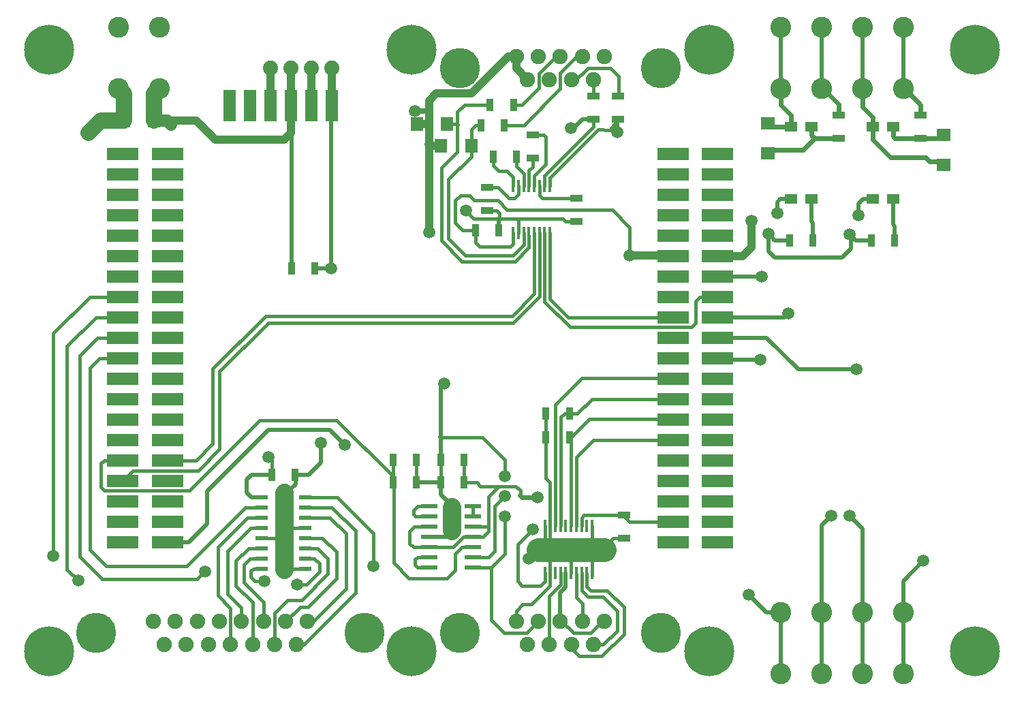
<source format=gbl>
G04 project-name*
%FSLAX35Y35*%
%MOMM*%
%ADD10C,3*%
%LPD*%
D10*
X6578730Y13287471D02*
G01*
X7397841Y13287471D01*
X7402645Y13282667D01*
%ADD11C,0.5*%
%LPD*%
D11*
X10098644Y11742853D02*
G01*
X10098644Y12410892D01*
G04 undefined.(undefined)*
%LPD*%
%ADD12C,1.500*%
D12*
X9192524Y12728185D02*
D03*


%LPD*%
D11*
X9590644Y12504853D02*
G01*
X9415856Y12504853D01*
X9192524Y12728185D01*
%ADD13C,0.4*%
%LPD*%
D13*
X7322375Y18505004D02*
G01*
X7464567Y18503156D01*
X7571829Y18635211D01*

%LPD*%
D13*
X7263644Y19130728D02*
G01*
X7263644Y18968738D01*

%LPD*%
D13*
X5940232Y17499339D02*
G01*
X6065485Y17499339D01*
X6094996Y17469828D01*
X6094996Y17386975D01*
X6081561Y17373539D01*

%LPD*%
D13*
X6333217Y17805807D02*
G01*
X6333217Y17708138D01*
X6279825Y17654746D01*
X6211130Y17654746D01*
X6076536Y17789339D01*
X5940232Y17789339D01*

%LPD*%
D13*
X6268217Y17805807D02*
G01*
X6268217Y17912798D01*
X6190353Y17990663D01*
X6086397Y17990663D01*
X6016550Y18060510D01*
X6016550Y18173707D01*

%LPD*%
D13*
X5761711Y13570998D02*
G01*
X5927862Y13570998D01*
X5961267Y13575387D01*

%LPD*%
D13*
X5761711Y13443998D02*
G01*
X5895014Y13443998D01*
X5960429Y13509413D01*
X5960429Y13946900D01*
X6089472Y14075944D01*
X6301005Y14075944D01*
X6355076Y14021873D01*
X6355076Y13954597D01*
X6362775Y13946899D01*
%ADD14C,1*%
%LPD*%
D14*
X4010216Y19272728D02*
G01*
X4010216Y18974588D01*

%LPD*%
D11*
X3424068Y13993131D02*
G01*
X3456324Y13993131D01*
X3563155Y14099962D01*
X3563155Y14181696D01*
X3570993Y14189534D01*

%LPD*%
D11*
X3558458Y14214743D02*
G01*
X3722794Y14214743D01*
X3874767Y14366716D01*
X3874767Y14616640D01*

%LPD*%
D11*
X3144994Y13941036D02*
G01*
X3009805Y13941036D01*
X2957066Y13993774D01*
X2957066Y14160850D01*
X3010959Y14214743D01*
X3268458Y14214743D01*
G04 undefined.(undefined)*
%LPD*%
%ADD15C,1.50*%
D15*
X9357087Y16683577D02*
D03*


%LPD*%
D11*
X9357087Y16683577D02*
G01*
X8971453Y16683577D01*

%LPD*%
D14*
X3756216Y18806435D02*
G01*
X3756216Y19213309D01*

%LPD*%
D14*
X3248216Y18806435D02*
G01*
X3248216Y19186570D01*
%ADD16C,0.6*%
%LPD*%
D16*
X9717644Y18544537D02*
G01*
X9717644Y18684098D01*
X9590644Y18811098D01*
X9590644Y19032853D01*

%LPD*%
D13*
X6791124Y13578106D02*
G01*
X6791124Y15088471D01*
X7119919Y15417266D01*
X8251232Y15417266D01*

%LPD*%
D13*
X6986125Y13578106D02*
G01*
X6986125Y14683912D01*
X7211478Y14909266D01*
X8251232Y14909266D01*

%LPD*%
D13*
X7116124Y13578106D02*
G01*
X7116124Y13685610D01*
X7147933Y13717419D01*
X7631589Y13717419D01*
X7712944Y13636064D01*
X8251232Y13636064D01*
G04 undefined.(undefined)*
%LPD*%
D15*
X6510841Y13541603D02*
D03*


%LPD*%
D13*
X6661124Y12998106D02*
G01*
X6661124Y12891493D01*
X6604167Y12834535D01*
X6379037Y12834535D01*
X6321681Y12891892D01*
X6321681Y13352442D01*
X6510841Y13541603D01*
G04 undefined.(undefined)*
%LPD*%
D15*
X6462768Y13171509D02*
D03*


%LPD*%
D13*
X6684105Y13287471D02*
G01*
X6578730Y13287471D01*
X6462768Y13171509D01*

%LPD*%
D13*
X6661124Y13578106D02*
G01*
X6661124Y13280783D01*
X6724205Y13215849D01*

%LPD*%
D13*
X7246124Y13264888D02*
G01*
X6773376Y13264888D01*
X6725198Y13216709D01*
X6726125Y12998106D01*

%LPD*%
D13*
X3684994Y13560036D02*
G01*
X3482436Y13560036D01*
X3354812Y13561966D01*

%LPD*%
D13*
X3144994Y13687036D02*
G01*
X2963985Y13687036D01*
X2598498Y13321549D01*
X2598498Y12714455D01*
X2752644Y12560309D01*
X2752644Y12110018D01*

%LPD*%
D13*
X3144994Y13306036D02*
G01*
X2981196Y13306036D01*
X2823106Y13147946D01*
X2823106Y12835102D01*
X3026644Y12631563D01*
X3026644Y12110018D01*

%LPD*%
D13*
X3684994Y13306036D02*
G01*
X3832413Y13306036D01*
X3964330Y13174118D01*
X3964330Y12987416D01*
X3636994Y12660080D01*
X3463867Y12660080D01*
X3300644Y12496857D01*
X3300644Y12110018D01*

%LPD*%
D13*
X3684994Y13433036D02*
G01*
X3892714Y13433036D01*
X4069819Y13255931D01*

%LPD*%
D13*
X3711644Y12394018D02*
G01*
X3781248Y12394018D01*
X4187193Y12799963D01*
X4187193Y13489780D01*
X3989938Y13687036D01*
X3684994Y13687036D01*

%LPD*%
D13*
X6509226Y18439321D02*
G01*
X6647196Y18439321D01*
X6674673Y18411844D01*
X6674673Y18077568D01*
X6528217Y17931113D01*
X6528217Y17805807D01*

%LPD*%
D13*
X3574644Y12110018D02*
G01*
X3662826Y12110018D01*
X4307489Y12754680D01*
X4307489Y13520387D01*
X4013840Y13814036D01*
X3684994Y13814036D01*

%LPD*%
D13*
X4069819Y13255931D02*
G01*
X4069819Y12926233D01*
X3719127Y12575541D01*
X3619168Y12575541D01*
X3437644Y12394018D01*

%LPD*%
D13*
X3144994Y13179036D02*
G01*
X2995032Y13179036D01*
X2918684Y13102689D01*
X2918684Y12881802D01*
X3163644Y12636842D01*
X3163644Y12394018D01*

%LPD*%
D13*
X3144994Y13560036D02*
G01*
X3004545Y13560036D01*
X2714385Y13269876D01*
X2714385Y12737099D01*
X2889644Y12561840D01*
X2889644Y12394018D01*

%LPD*%
D13*
X3684994Y13052036D02*
G01*
X3437085Y13052036D01*
X3424068Y13039019D01*
%ADD17C,2.3*%
%LPD*%
D17*
X3424068Y13039019D02*
G01*
X3424068Y13993131D01*

%LPD*%
D11*
X5065584Y14120843D02*
G01*
X5337009Y14120843D01*
X5386961Y14070891D01*

%LPD*%
D13*
X7246124Y13578106D02*
G01*
X7246124Y12963050D01*

%LPD*%
D13*
X6986125Y12998106D02*
G01*
X6986125Y13244393D01*
X7006620Y13264888D01*

%LPD*%
D13*
X6726125Y13578106D02*
G01*
X6726125Y13232043D01*
X6736496Y13221671D01*

%LPD*%
D13*
X7051124Y13578106D02*
G01*
X7051124Y14436623D01*
X7263283Y14648781D01*
X8251232Y14648781D01*

%LPD*%
D13*
X6856124Y13578106D02*
G01*
X6856124Y14932046D01*
X6904573Y14980494D01*
X6968063Y14980494D01*

%LPD*%
D16*
X10733644Y18544537D02*
G01*
X10733644Y18665465D01*
X10606644Y18792465D01*
X10606644Y19032853D01*

%LPD*%
D14*
X3502216Y18806435D02*
G01*
X3502216Y19193997D01*

%LPD*%
D13*
X5795232Y17256821D02*
G01*
X5795232Y17102570D01*
X5846644Y17051158D01*
X6234712Y17051158D01*
X6268217Y17084663D01*
X6268217Y17225807D01*
G04 undefined.(undefined)*
%LPD*%
D15*
X4174099Y14588801D02*
D03*

G04 undefined.(undefined)*
%LPD*%
D15*
X4008598Y16785355D02*
D03*


%LPD*%
D11*
X4008598Y16785355D02*
G01*
X4008598Y18719586D01*

%LPD*%
D11*
X1970232Y13382064D02*
G01*
X2238747Y13382064D01*
X2465409Y13608726D01*
X2465409Y14014984D01*
X3222051Y14771626D01*
X3991273Y14771626D01*
X4174099Y14588801D01*

%LPD*%
D13*
X5761711Y13189998D02*
G01*
X5960360Y13189998D01*
X6039263Y13268901D01*
X6039263Y13824623D01*
X6164803Y13950163D01*

%LPD*%
D13*
X5761711Y13697998D02*
G01*
X5761711Y13826014D01*

%LPD*%
D13*
X7116124Y12998106D02*
G01*
X7116124Y12775926D01*
X7192096Y12699954D01*
X7381658Y12699954D01*
X7557073Y12524538D01*
X7557073Y12281220D01*
X7385871Y12110018D01*
X7263644Y12110018D01*

%LPD*%
D13*
X6888368Y18166590D02*
G01*
X6888368Y18166590D01*
X7263644Y18541866D01*
X7263644Y18635211D01*

%LPD*%
D11*
X9590644Y11742853D02*
G01*
X9590644Y12409710D01*
G04 undefined.(undefined)*
%LPD*%
D12*
X10219009Y13711717D02*
D03*


%LPD*%
D11*
X10098644Y12504853D02*
G01*
X10098644Y13591352D01*
X10219009Y13711717D01*
G04 din.i0+(1)*
%LPD*%
%ADD18C,2.6*%
D18*
X9590644Y11742853D02*
D03*

G04 din.i0-(3)*
%LPD*%
D18*
X10098644Y11742853D02*
D03*

G04 din.i1+(5)*
%LPD*%
D18*
X10606644Y11742853D02*
D03*

G04 din.i1-(7)*
%LPD*%
D18*
X11114644Y11742853D02*
D03*

G04 din.i0+(2)*
%LPD*%
D18*
X9590644Y12504853D02*
D03*

G04 din.i0-(4)*
%LPD*%
D18*
X10098644Y12504853D02*
D03*

G04 din.i1+(6)*
%LPD*%
D18*
X10606644Y12504853D02*
D03*

G04 din.i1-(8)*
%LPD*%
D18*
X11114644Y12504853D02*
D03*

G04 p_in.gnd(1)*
%LPD*%
D18*
X1872644Y19781853D02*
D03*

G04 p_in.vin(3)*
%LPD*%
D18*
X1364644Y19781853D02*
D03*

G04 p_in.gnd(2)*
%LPD*%
D18*
X1872644Y19019853D02*
D03*

G04 p_in.vin(4)*
%LPD*%
D18*
X1364644Y19019853D02*
D03*

G04 dout.q1c(1)*
%LPD*%
D18*
X11114644Y19781853D02*
D03*

G04 dout.q1e(3)*
%LPD*%
D18*
X10606644Y19781853D02*
D03*

G04 dout.q0c(5)*
%LPD*%
D18*
X10098644Y19781853D02*
D03*

G04 dout.q0e(7)*
%LPD*%
D18*
X9590644Y19781853D02*
D03*

G04 dout.q1c(2)*
%LPD*%
D18*
X11114644Y19019853D02*
D03*

G04 dout.q1e(4)*
%LPD*%
D18*
X10606644Y19019853D02*
D03*

G04 dout.q0c(6)*
%LPD*%
D18*
X10098644Y19019853D02*
D03*

G04 dout.q0e(8)*
%LPD*%
D18*
X9590644Y19019853D02*
D03*

G04 d2.t3.c(1)*
%LPD*%
%ADD19R,1.52X1.68*%
D19*
X5446272Y18572509D02*
D03*

G04 d2.t3.a(2)*
%LPD*%
D19*
X5070272Y18572509D02*
D03*

G04 d2.t1.c(1)*
%LPD*%
D19*
X5745093Y18308747D02*
D03*

G04 d2.t1.a(2)*
%LPD*%
D19*
X5369093Y18308747D02*
D03*

G04 q1.d_rev.c(1)*
%LPD*%
%ADD20R,1.68X1.52*%
D20*
X11619945Y18442537D02*
D03*

G04 q1.d_rev.a(2)*
%LPD*%
D20*
X11619945Y18066537D02*
D03*

G04 q0.d_rev.c(1)*
%LPD*%
D20*
X9430630Y18211537D02*
D03*

G04 q0.d_rev.a(2)*
%LPD*%
D20*
X9430630Y18587537D02*
D03*

G04 c1.out1(1)*
%LPD*%
%ADD21R,2X0.6*%
D21*
X5761711Y13824998D02*
D03*

G04 c1.in1-(2)*
%LPD*%
D21*
X5761711Y13697998D02*
D03*

G04 c1.in1+(3)*
%LPD*%
D21*
X5761711Y13570998D02*
D03*

G04 c1.vcc(4)*
%LPD*%
D21*
X5761711Y13443998D02*
D03*

G04 c1.in2+(5)*
%LPD*%
D21*
X5761711Y13316998D02*
D03*

G04 c1.in2-(6)*
%LPD*%
D21*
X5761711Y13189998D02*
D03*

G04 c1.out2(7)*
%LPD*%
D21*
X5761711Y13062998D02*
D03*

G04 c1.out4(14)*
%LPD*%
D21*
X5221711Y13824998D02*
D03*

G04 c1.in4-(13)*
%LPD*%
D21*
X5221711Y13697998D02*
D03*

G04 c1.in4+(12)*
%LPD*%
D21*
X5221711Y13570998D02*
D03*

G04 c1.vee(11)*
%LPD*%
D21*
X5221711Y13443998D02*
D03*

G04 c1.in3+(10)*
%LPD*%
D21*
X5221711Y13316998D02*
D03*

G04 c1.in3-(9)*
%LPD*%
D21*
X5221711Y13189998D02*
D03*

G04 c1.out3(8)*
%LPD*%
D21*
X5221711Y13062998D02*
D03*

G04 d2.c_bypass.c(1)*
%LPD*%
%ADD22R,0.9X1.6*%
D22*
X6085232Y17256821D02*
D03*

G04 d2.c_bypass.a(2)*
%LPD*%
D22*
X5795232Y17256821D02*
D03*

G04 d2.c4.c(1)*
%LPD*%
%ADD23R,1.6X0.9*%
D23*
X7055080Y17652774D02*
D03*

G04 d2.c4.a(2)*
%LPD*%
D23*
X7055080Y17362774D02*
D03*

G04 d2.c3.c(1)*
%LPD*%
D23*
X5940232Y17499339D02*
D03*

G04 d2.c3.a(2)*
%LPD*%
D23*
X5940232Y17789339D02*
D03*

G04 d2.c2.c(1)*
%LPD*%
D23*
X6509226Y18439321D02*
D03*

G04 d2.c2.a(2)*
%LPD*%
D23*
X6509226Y18149321D02*
D03*

G04 d2.c1.c(1)*
%LPD*%
D22*
X6306550Y18173707D02*
D03*

G04 d2.c1.a(2)*
%LPD*%
D22*
X6016550Y18173707D02*
D03*

G04 c5.C2.c(1)*
%LPD*%
D22*
X5366251Y14120843D02*
D03*

G04 c5.C2.a(2)*
%LPD*%
D22*
X5656251Y14120843D02*
D03*

G04 c5.C1.c(1)*
%LPD*%
D22*
X5366251Y14399047D02*
D03*

G04 c5.C1.a(2)*
%LPD*%
D22*
X5656251Y14399047D02*
D03*

G04 c6.c(1)*
%LPD*%
D22*
X5065584Y14120843D02*
D03*

G04 c6.a(2)*
%LPD*%
D22*
X4775584Y14120843D02*
D03*

G04 d2.r4.1(1)*
%LPD*%
D23*
X7571829Y18635211D02*
D03*

G04 d2.r4.2(2)*
%LPD*%
D23*
X7571829Y18925211D02*
D03*

G04 p1.tvs.c(1)*
%LPD*%
D19*
X1430644Y18619177D02*
D03*

G04 p1.tvs.a(2)*
%LPD*%
D19*
X1806644Y18619177D02*
D03*


%LPD*%
D13*
X7055080Y17652774D02*
G01*
X6628304Y17652774D01*
X6593217Y17687861D01*
X6593217Y17805807D01*
G04 sp.nc(1)*
%LPD*%
%ADD24C,1.9*%
D24*
X7400644Y19414728D02*
D03*

G04 sp.tx(2)*
%LPD*%
D24*
X7126644Y19414728D02*
D03*

G04 sp.rx(3)*
%LPD*%
D24*
X6852644Y19414728D02*
D03*

G04 sp.nc(4)*
%LPD*%
D24*
X6578644Y19414728D02*
D03*

G04 sp.gnd(5)*
%LPD*%
D24*
X6304644Y19414728D02*
D03*

G04 sp.tx2(6)*
%LPD*%
D24*
X7263644Y19130728D02*
D03*

G04 sp.rx2(7)*
%LPD*%
D24*
X6989644Y19130728D02*
D03*

G04 sp.nc(8)*
%LPD*%
D24*
X6715644Y19130728D02*
D03*

G04 sp.gnd(9)*
%LPD*%
D24*
X6441644Y19130728D02*
D03*

G04 sp.S(S)*
%LPD*%
%ADD25C,5*%
D25*
X8102144Y19272728D02*
D03*

G04 sp.S(S)*
%LPD*%
D25*
X5603144Y19272728D02*
D03*

G04 l.red(1)*
%LPD*%
D24*
X7400644Y12394018D02*
D03*

G04 l.pwm(2)*
%LPD*%
D24*
X7126644Y12394018D02*
D03*

G04 l.en(3)*
%LPD*%
D24*
X6852644Y12394018D02*
D03*

G04 l.pctl(4)*
%LPD*%
D24*
X6578644Y12394018D02*
D03*

G04 l.gnd(5)*
%LPD*%
D24*
X6304644Y12394018D02*
D03*

G04 l.ready(6)*
%LPD*%
D24*
X7263644Y12110018D02*
D03*

G04 l.reset(7)*
%LPD*%
D24*
X6989644Y12110018D02*
D03*

G04 l.alarm(8)*
%LPD*%
D24*
X6715644Y12110018D02*
D03*

G04 l.nc(9)*
%LPD*%
D24*
X6441644Y12110018D02*
D03*

G04 l.S(S)*
%LPD*%
D25*
X8102144Y12252018D02*
D03*

G04 l.S(S)*
%LPD*%
D25*
X5603144Y12252018D02*
D03*

G04 g.clk-(1)*
%LPD*%
D24*
X3711644Y12394018D02*
D03*

G04 g.sync-(2)*
%LPD*%
D24*
X3437644Y12394018D02*
D03*

G04 g.x-(3)*
%LPD*%
D24*
X3163644Y12394018D02*
D03*

G04 g.y-(4)*
%LPD*%
D24*
X2889644Y12394018D02*
D03*

G04 g.y_stat-(5)*
%LPD*%
D24*
X2615644Y12394018D02*
D03*

G04 g.x_stat-(6)*
%LPD*%
D24*
X2341644Y12394018D02*
D03*

G04 g.nc(7)*
%LPD*%
D24*
X2067644Y12394018D02*
D03*

G04 g.nc(8)*
%LPD*%
D24*
X1793644Y12394018D02*
D03*

G04 g.clk+(9)*
%LPD*%
D24*
X3574644Y12110018D02*
D03*

G04 g.sync+(10)*
%LPD*%
D24*
X3300644Y12110018D02*
D03*

G04 g.x+(11)*
%LPD*%
D24*
X3026644Y12110018D02*
D03*

G04 g.y+(12)*
%LPD*%
D24*
X2752644Y12110018D02*
D03*

G04 g.y_stat+(13)*
%LPD*%
D24*
X2478644Y12110018D02*
D03*

G04 g.x_stat+(14)*
%LPD*%
D24*
X2204644Y12110018D02*
D03*

G04 g.nc(15)*
%LPD*%
D24*
X1930644Y12110018D02*
D03*

G04 g.S(S)*
%LPD*%
D25*
X4418644Y12252018D02*
D03*

G04 g.S(S)*
%LPD*%
D25*
X1086644Y12252018D02*
D03*


%LPD*%
D11*
X3513764Y16785355D02*
G01*
X3513764Y18503560D01*
X3489498Y18527826D01*
G04 undefined.(undefined)*
%LPD*%
D12*
X2013681Y18568735D02*
D03*

%ADD26C,1.5*%
%LPD*%
D26*
X1806644Y18619177D02*
G01*
X1963238Y18619177D01*
X2013681Y18568735D01*

%LPD*%
D11*
X11114644Y19781853D02*
G01*
X11114644Y19109191D01*

%LPD*%
D11*
X10606644Y19781853D02*
G01*
X10606644Y19140891D01*

%LPD*%
D11*
X9590644Y19781853D02*
G01*
X9590644Y19121682D01*
G04 undefined.(undefined)*
%LPD*%
D12*
X10449756Y13705539D02*
D03*


%LPD*%
D11*
X10606644Y12504853D02*
G01*
X10606644Y13548650D01*
X10449756Y13705539D01*

%LPD*%
D11*
X11114644Y11742853D02*
G01*
X11114644Y12446662D01*
G04 undefined.(undefined)*
%LPD*%
D12*
X5042333Y18740122D02*
D03*

%ADD27C,0.7*%
%LPD*%
D27*
X5042333Y18740122D02*
G01*
X5192818Y18740122D01*
X5238800Y18786103D01*

%LPD*%
D13*
X6158735Y18561252D02*
G01*
X6398207Y18561252D01*
X6851505Y19014550D01*
X6851505Y19212600D01*
X7053633Y19414728D01*
X7126644Y19414728D01*

%LPD*%
D13*
X5446272Y18572509D02*
G01*
X5574173Y18572509D01*
X5578895Y18567787D01*

%LPD*%
D13*
X6398217Y17225807D02*
G01*
X6398217Y17079250D01*
X6265001Y16946033D01*
X5673346Y16946033D01*
X5461316Y17158063D01*
X5461316Y17889531D01*
X5745093Y18173308D01*
X5745093Y18308747D01*

%LPD*%
D13*
X5979908Y18816600D02*
G01*
X5660089Y18816600D01*
X5574105Y18730615D01*
X5574105Y18230522D01*
X5374872Y18031290D01*
X5374872Y17126362D01*
X5630990Y16870245D01*
X6290567Y16870245D01*
X6462829Y17042507D01*

%LPD*%
D14*
X5369093Y18308747D02*
G01*
X5236171Y18308747D01*
X5218218Y18326700D01*

%LPD*%
D14*
X6304644Y19414728D02*
G01*
X6207289Y19414728D01*
X5745972Y18953411D01*
X5311492Y18953411D01*
X5220178Y18862097D01*
X5220178Y17227873D01*

%LPD*%
D13*
X6658217Y17805807D02*
G01*
X6658217Y17936439D01*
X6888368Y18166590D01*
%ADD28C,2*%
%LPD*%
D28*
X1806644Y18619177D02*
G01*
X1806644Y18953853D01*

%LPD*%
D13*
X6089472Y14075944D02*
G01*
X5862358Y14075944D01*
X5817458Y14120843D01*
X5656251Y14120843D01*

%LPD*%
D16*
X9430630Y18544537D02*
G01*
X9719304Y18544537D01*

%LPD*%
D16*
X11619945Y18109537D02*
G01*
X11440591Y18109537D01*
X11391905Y18158224D01*
X10955387Y18158224D01*
X10733644Y18379967D01*
X10733644Y18544537D01*

%LPD*%
D16*
X11330348Y18689537D02*
G01*
X11330348Y18817149D01*
X11114644Y19032853D01*

%LPD*%
D16*
X10300922Y18399537D02*
G01*
X10009563Y18399537D01*
X9971644Y18437456D01*
X9971644Y18544537D01*

%LPD*%
D13*
X6963509Y14979182D02*
G01*
X7063706Y14979182D01*
X7244588Y15160064D01*
X8251232Y15160064D01*

%LPD*%
D13*
X6673509Y14678282D02*
G01*
X6673509Y14172646D01*
X6726125Y14120031D01*
X6726125Y13578106D01*

%LPD*%
D13*
X6085232Y17396457D02*
G01*
X6315169Y17396457D01*
X6333217Y17378409D01*
X6333217Y17225807D01*

%LPD*%
D13*
X5795232Y17256821D02*
G01*
X5637505Y17256821D01*
X5549310Y17345016D01*
X5549310Y17627944D01*
X5611284Y17689919D01*
X5719067Y17689919D01*
X5783736Y17625250D01*
X6077442Y17625250D01*
X6190614Y17512078D01*
X7497491Y17512078D01*
X7716781Y17292788D01*
X7716781Y16940893D01*

%LPD*%
D11*
X6085232Y17256821D02*
G01*
X6085232Y17399900D01*
X6082824Y17402308D01*

%LPD*%
D13*
X6301024Y12248972D02*
G01*
X6433598Y12248972D01*
X6578644Y12394018D01*

%LPD*%
D13*
X6725932Y13043522D02*
G01*
X6725932Y13209239D01*
X6664492Y13270679D01*
G04 undefined.(undefined)*
%LPD*%
D15*
X7716781Y16940893D02*
D03*


%LPD*%
D14*
X7716781Y16940893D02*
G01*
X8132402Y16940893D01*

%LPD*%
D11*
X9989644Y17127709D02*
G01*
X9989644Y17347271D01*
X9971644Y17365271D01*
X9971644Y17644537D01*
G04 undefined.(undefined)*
%LPD*%
D15*
X10447808Y17201047D02*
D03*


%LPD*%
D11*
X10715644Y17127709D02*
G01*
X10521146Y17127709D01*
X10447808Y17201047D01*
G04 undefined.(undefined)*
%LPD*%
D15*
X9687919Y16219611D02*
D03*


%LPD*%
D11*
X9687919Y16219611D02*
G01*
X9687919Y16229222D01*
X9634761Y16176064D01*
X8805232Y16176064D01*
G04 undefined.(undefined)*
%LPD*%
D15*
X10560738Y17446245D02*
D03*


%LPD*%
D11*
X10560738Y17446245D02*
G01*
X10560738Y17586995D01*
X10618280Y17644537D01*
X10733644Y17644537D01*

%LPD*%
D13*
X5221711Y13316998D02*
G01*
X5521891Y13316998D01*
X5648891Y13443998D01*
X5761711Y13443998D01*

%LPD*%
D11*
X5504002Y13588109D02*
G01*
X5504002Y13465187D01*
X5482813Y13443998D01*
X5221711Y13443998D01*

%LPD*%
D13*
X5656251Y14399047D02*
G01*
X5656251Y14199026D01*

%LPD*%
D11*
X5504002Y13821743D02*
G01*
X5504002Y13831661D01*
X5366251Y13969412D01*
X5366251Y14120843D01*

%LPD*%
D17*
X5504002Y13524677D02*
G01*
X5504002Y13821743D01*

%LPD*%
D13*
X5994108Y13062998D02*
G01*
X5994108Y12412074D01*
X6157211Y12248972D01*
X6301024Y12248972D01*

%LPD*%
D13*
X5221711Y13189998D02*
G01*
X5076783Y13189998D01*
X5049126Y13162340D01*
X5049126Y13094709D01*
X5080836Y13062998D01*
X5221711Y13062998D01*

%LPD*%
D13*
X5221711Y13824998D02*
G01*
X5077198Y13824998D01*
X5030394Y13778194D01*
X5030394Y13725291D01*
X5057687Y13697998D01*
X5221711Y13697998D01*

%LPD*%
D13*
X6255789Y16191808D02*
G01*
X3188907Y16191808D01*
X2530916Y15533816D01*
X2530916Y14605047D01*
X2323933Y14398064D01*
X1970232Y14398064D01*
G04 undefined.(undefined)*
%LPD*%
D15*
X547682Y13208866D02*
D03*


%LPD*%
D13*
X547682Y13208866D02*
G01*
X547682Y15973887D01*
X1003859Y16430064D01*
X1416232Y16430064D01*
G04 undefined.(undefined)*
%LPD*%
D15*
X4532369Y13080585D02*
D03*


%LPD*%
D13*
X3684994Y13941036D02*
G01*
X4077460Y13941036D01*
X4532369Y13486128D01*
X4532369Y13124189D01*
X4487494Y13079314D01*
G04 undefined.(undefined)*
%LPD*%
D15*
X3874767Y14616640D02*
D03*

G04 undefined.(undefined)*
%LPD*%
D15*
X2433941Y13016938D02*
D03*

G04 undefined.(undefined)*
%LPD*%
D15*
X3176638Y12899193D02*
D03*


%LPD*%
D13*
X3176638Y12899193D02*
G01*
X3058923Y12899193D01*
X3008481Y12949636D01*
X3008481Y13022514D01*
X3038003Y13052036D01*
X3144994Y13052036D01*

%LPD*%
D13*
X1416232Y15922064D02*
G01*
X1102417Y15922064D01*
X877859Y15697506D01*
X877859Y13202898D01*
X1161196Y12919560D01*
X2336563Y12919560D01*
X2433941Y13016938D01*

%LPD*%
D13*
X6658217Y17225807D02*
G01*
X6658217Y16364417D01*
X6972240Y16050394D01*
X8483162Y16050394D01*
X8535378Y16102610D01*
X8535378Y16377731D01*
X8587711Y16430064D01*
X8805232Y16430064D01*

%LPD*%
D13*
X7400644Y12394768D02*
G01*
X7372687Y12394768D01*
X7226697Y12248777D01*
X7020752Y12248777D01*
X6852644Y12416886D01*

%LPD*%
D13*
X6989644Y12110768D02*
G01*
X6989644Y12061020D01*
X7089517Y11961147D01*
X7369347Y11961147D01*
X7641964Y12233764D01*
X7641964Y12573938D01*
X7436069Y12779832D01*
X7226175Y12779832D01*
X7180805Y12825202D01*
X7180805Y12990556D01*

%LPD*%
D13*
X7126644Y12394768D02*
G01*
X7126644Y12613523D01*
X7051882Y12688284D01*
X7051882Y12976829D01*

%LPD*%
D11*
X6852644Y12394768D02*
G01*
X6852644Y12751932D01*
X6921125Y12820413D01*
X6921125Y12998106D01*

%LPD*%
D13*
X6715644Y12110768D02*
G01*
X6715644Y12710834D01*
X6856125Y12851314D01*
X6856125Y12998106D01*

%LPD*%
D13*
X6723217Y17225807D02*
G01*
X6723217Y16402688D01*
X6949841Y16176064D01*
X8251232Y16176064D01*

%LPD*%
D13*
X6528217Y17225807D02*
G01*
X6528217Y16464236D01*
X6255789Y16191808D01*

%LPD*%
D13*
X3144994Y13433036D02*
G01*
X3485502Y13433036D01*
X3510563Y13458096D01*

%LPD*%
D13*
X1416232Y15668064D02*
G01*
X1126923Y15668064D01*
X1005219Y15546359D01*
X1005219Y13288504D01*
X1212052Y13081670D01*

%LPD*%
D13*
X1212052Y13081670D02*
G01*
X2205506Y13081670D01*
X2452970Y13329134D01*
X2452970Y13329903D01*
X2937103Y13814036D01*
X3144994Y13814036D01*
G04 undefined.(undefined)*
%LPD*%
D15*
X860371Y12900263D02*
D03*

G04 undefined.(undefined)*
%LPD*%
D15*
X3583051Y12856418D02*
D03*


%LPD*%
D13*
X3583051Y12856418D02*
G01*
X3701738Y12856418D01*
X3857309Y13011989D01*
X3857309Y13113782D01*
X3792055Y13179036D01*
X3684994Y13179036D01*

%LPD*%
D13*
X1416232Y16176064D02*
G01*
X1079573Y16176064D01*
X719643Y15816133D01*
X719643Y13040992D01*
X860371Y12900263D01*
G04 undefined.(undefined)*
%LPD*%
D15*
X3224767Y14435883D02*
D03*


%LPD*%
D13*
X3268458Y14214743D02*
G01*
X3268458Y14392192D01*
X3224767Y14435883D01*

%LPD*%
D13*
X6593217Y17225807D02*
G01*
X6593217Y16432604D01*
X6268978Y16108365D01*
X3221237Y16108365D01*
X2616671Y15503799D01*
X2616671Y14537345D01*
X2350394Y14271068D01*
X1543237Y14271068D01*
X1416232Y14144064D01*

%LPD*%
D13*
X5221711Y13570998D02*
G01*
X5034643Y13570998D01*
X4977425Y13513780D01*
X4977425Y13364890D01*
X5025317Y13316998D01*
X5221711Y13316998D01*

%LPD*%
D13*
X5761711Y13062998D02*
G01*
X5994108Y13062998D01*
X6164803Y13233692D01*
X6164803Y13690001D01*

%LPD*%
D13*
X5366251Y14399047D02*
G01*
X5366251Y14194781D01*

%LPD*%
D13*
X5761711Y13316998D02*
G01*
X5627569Y13316998D01*
X5547785Y13237215D01*
X5547785Y13031916D01*
X5447580Y12931710D01*
X4969620Y12931710D01*
X4779870Y13121460D01*
X4779870Y14187906D01*
X4075537Y14892239D01*
X3118596Y14892239D01*
X2244709Y14018353D01*
X1189127Y14018353D01*
X1144371Y14063110D01*
X1144371Y14357090D01*
X1185344Y14398064D01*
X1416232Y14398064D01*
G04 undefined.(undefined)*
%LPD*%
D15*
X9547077Y17468863D02*
D03*


%LPD*%
D11*
X9547077Y17468863D02*
G01*
X9547077Y17606741D01*
X9584873Y17644537D01*
X9717644Y17644537D01*

%LPD*%
D11*
X11005644Y17127709D02*
G01*
X11005644Y17310222D01*
X10987644Y17328221D01*
X10987644Y17644537D01*
G04 undefined.(undefined)*
%LPD*%
D15*
X9435859Y17210103D02*
D03*


%LPD*%
D11*
X9699644Y17127709D02*
G01*
X9518253Y17127709D01*
X9435859Y17210103D01*

%LPD*%
D11*
X9435859Y17210103D02*
G01*
X9435859Y16992393D01*
X9514334Y16913918D01*
X10354343Y16913918D01*
X10465813Y17025389D01*
X10465813Y17183042D01*
X10447808Y17201047D01*
G04 undefined.(undefined)*
%LPD*%
D15*
X9229958Y17372936D02*
D03*


%LPD*%
D14*
X9229958Y17372936D02*
G01*
X9229958Y17046585D01*
X9121437Y16938064D01*
X8805232Y16938064D01*
G04 undefined.(undefined)*
%LPD*%
D15*
X9341051Y15649350D02*
D03*


%LPD*%
D11*
X9341051Y15649350D02*
G01*
X8944735Y15649350D01*
G04 undefined.(undefined)*
%LPD*%
D15*
X10530002Y15527406D02*
D03*


%LPD*%
D11*
X10530002Y15527406D02*
G01*
X9808502Y15527406D01*
X9413844Y15922064D01*
X8805232Y15922064D01*
G04 undefined.(undefined)*
%LPD*%
D15*
X6567043Y13935450D02*
D03*


%LPD*%
D16*
X6567043Y13935450D02*
G01*
X6376985Y13935450D01*
X6352644Y13959791D01*

%LPD*%
D13*
X6304644Y12394018D02*
G01*
X6304644Y12525936D01*
X6383083Y12604375D01*
X6493770Y12604375D01*
X6726125Y12836730D01*
X6726125Y12998106D01*
G04 undefined.(undefined)*
%LPD*%
D15*
X5677914Y17498428D02*
D03*


%LPD*%
D13*
X6085232Y17399900D02*
G01*
X5776443Y17399900D01*
X5677914Y17498428D01*
G04 undefined.(undefined)*
%LPD*%
D15*
X5410900Y15353352D02*
D03*


%LPD*%
D11*
X5366251Y14399047D02*
G01*
X5366251Y15308703D01*
X5410900Y15353352D01*

%LPD*%
D13*
X6315169Y17396457D02*
G01*
X6882350Y17396457D01*
X6916033Y17362774D01*
X7055080Y17362774D01*

%LPD*%
D13*
X6306550Y18173707D02*
G01*
X6306550Y18049464D01*
X6398217Y17957797D01*
X6398217Y17805807D01*

%LPD*%
D13*
X6509226Y18149321D02*
G01*
X6509226Y18046481D01*
X6463217Y18000472D01*
X6463217Y17805807D01*
G04 undefined.(undefined)*
%LPD*%
D15*
X5220178Y17227873D02*
D03*


%LPD*%
D11*
X5202271Y17245781D02*
G01*
X5220178Y17227873D01*

%LPD*%
D13*
X5065584Y14399047D02*
G01*
X5065584Y14129382D01*

%LPD*%
D13*
X4775584Y14399047D02*
G01*
X4775584Y14124736D01*
X4784895Y14115425D01*

%LPD*%
D13*
X7647696Y13426828D02*
G01*
X7508643Y13426828D01*
X7342674Y13260859D01*
X7247240Y13260859D01*
X7240257Y13267842D01*

%LPD*%
D13*
X6673509Y14979182D02*
G01*
X6673509Y14725670D01*

%LPD*%
D16*
X10312877Y18689537D02*
G01*
X10312877Y18818620D01*
X10098644Y19032853D01*

%LPD*%
D16*
X10987644Y18544537D02*
G01*
X10987644Y18422367D01*
X11010474Y18399537D01*
X11330348Y18399537D01*

%LPD*%
D16*
X11330348Y18399537D02*
G01*
X11635493Y18399537D01*

%LPD*%
D16*
X9430630Y18254537D02*
G01*
X9869231Y18254537D01*
X10019188Y18404494D01*

%LPD*%
D13*
X6164803Y14200163D02*
G01*
X6164803Y14401152D01*
X5884575Y14681380D01*
X5359106Y14681380D01*
X5353074Y14687412D01*

%LPD*%
D28*
X1430644Y18619177D02*
G01*
X1430644Y18953853D01*
X1364644Y19019853D01*
G04 undefined.(undefined)*
%LPD*%
D12*
X992568Y18464957D02*
D03*


%LPD*%
D28*
X1430644Y18619177D02*
G01*
X1146789Y18619177D01*
X992568Y18464957D01*

%LPD*%
D14*
X1806644Y18619177D02*
G01*
X2325684Y18619177D01*
X2566138Y18378723D01*
X3416332Y18378723D01*
X3502216Y18464606D01*
X3502216Y18806435D01*

%LPD*%
D13*
X6723217Y17805807D02*
G01*
X6723217Y17905907D01*
X6797644Y17980333D01*
X6797705Y17980333D01*
X7322375Y18505004D01*

%LPD*%
D13*
X7575296Y18932842D02*
G01*
X7575296Y19169620D01*
X7472076Y19272839D01*
X7194773Y19272839D01*
X7021153Y19099219D01*

%LPD*%
D14*
X6304644Y19414728D02*
G01*
X6304644Y19267728D01*
X6441644Y19130728D01*

%LPD*%
D14*
X5063899Y18572509D02*
G01*
X5206876Y18572509D01*
X5220435Y18586067D01*

%LPD*%
D13*
X6462829Y17042507D02*
G01*
X6462829Y17189232D01*

%LPD*%
D13*
X5745093Y18308747D02*
G01*
X5745093Y18506354D01*
X5799991Y18561252D01*
X5868735Y18561252D01*

%LPD*%
D13*
X6269908Y18816600D02*
G01*
X6374391Y18816600D01*
X6584304Y19026513D01*
X6584304Y19203509D01*
X6795523Y19414728D01*
X6852644Y19414728D01*
G04 undefined.(undefined)*
%LPD*%
D12*
X7560936Y18478738D02*
D03*


%LPD*%
D11*
X7560936Y18478738D02*
G01*
X7560936Y18622186D01*
G04 undefined.(undefined)*
%LPD*%
D12*
X6984739Y18524595D02*
D03*


%LPD*%
D11*
X6984739Y18524595D02*
G01*
X7015379Y18524595D01*
X7125995Y18635211D01*
X7263644Y18635211D01*
G04 undefined.(undefined)*
%LPD*%
D12*
X11364698Y13146875D02*
D03*


%LPD*%
D11*
X11114644Y12504853D02*
G01*
X11114644Y12896821D01*
X11364698Y13146875D01*

%LPD*%
D11*
X10606644Y11742853D02*
G01*
X10606644Y12394502D01*

%LPD*%
D11*
X10098644Y19781853D02*
G01*
X10098644Y19129731D01*

%LPD*%
D11*
X4008598Y16785355D02*
G01*
X3838465Y16785355D01*
G04 r.1(1)*
%LPD*%
D26*
X6164803Y13700163D02*
D03*

G04 r.2(2)*
%LPD*%
D26*
X6164803Y13950163D02*
D03*

G04 r.3(3)*
%LPD*%
D26*
X6164803Y14200163D02*
D03*

G04 debug.nrst(1)*
%LPD*%
%ADD29C,1.89*%
D29*
X4010216Y19272728D02*
D03*

G04 debug.swdio(2)*
%LPD*%
D29*
X3756216Y19272728D02*
D03*

G04 debug.gnd(3)*
%LPD*%
D29*
X3502216Y19272728D02*
D03*

G04 debug.swclk(4)*
%LPD*%
D29*
X3248216Y19272728D02*
D03*

G04 __b4.(undefined)*
%LPD*%
%ADD30C,6.2*%
D30*
X8702644Y19497353D02*
D03*

G04 __b5.(undefined)*
%LPD*%
D30*
X8702644Y12027393D02*
D03*

G04 __b6.(undefined)*
%LPD*%
D30*
X502644Y12027393D02*
D03*

G04 __b1.(undefined)*
%LPD*%
D30*
X502644Y19497353D02*
D03*

G04 __b2.(undefined)*
%LPD*%
D30*
X12002644Y19497353D02*
D03*

G04 __b3.(undefined)*
%LPD*%
D30*
X5002644Y19497353D02*
D03*

G04 __b7.(undefined)*
%LPD*%
D30*
X12002644Y12027393D02*
D03*

G04 __b8.(undefined)*
%LPD*%
D30*
X5002644Y12027393D02*
D03*

G04 r2.1(1)*
%LPD*%
D22*
X6963509Y14979182D02*
D03*

G04 r2.2(2)*
%LPD*%
D22*
X6673509Y14979182D02*
D03*

G04 r3.1(1)*
%LPD*%
D22*
X6963509Y14678282D02*
D03*

G04 r3.2(2)*
%LPD*%
D22*
X6673509Y14678282D02*
D03*

G04 r4.1(1)*
%LPD*%
D23*
X7647696Y13716828D02*
D03*

G04 r4.2(2)*
%LPD*%
D23*
X7647696Y13426828D02*
D03*

G04 q0.d_in.c(1)*
%LPD*%
D23*
X10309086Y18399537D02*
D03*

G04 q0.d_in.a(2)*
%LPD*%
D23*
X10309086Y18689537D02*
D03*

G04 q1.d_in.c(1)*
%LPD*%
D23*
X11330348Y18399537D02*
D03*

G04 q1.d_in.a(2)*
%LPD*%
D23*
X11330348Y18689537D02*
D03*

G04 d2.m.C1+(1)*
%LPD*%
%ADD31R,0.45X1.5*%
D31*
X6268217Y17805807D02*
D03*

G04 d2.m.V+(2)*
%LPD*%
D31*
X6333217Y17805807D02*
D03*

G04 d2.m.C1-(3)*
%LPD*%
D31*
X6398217Y17805807D02*
D03*

G04 d2.m.C2+(4)*
%LPD*%
D31*
X6463217Y17805807D02*
D03*

G04 d2.m.C2-(5)*
%LPD*%
D31*
X6528217Y17805807D02*
D03*

G04 d2.m.V-(6)*
%LPD*%
D31*
X6593217Y17805807D02*
D03*

G04 d2.m.DOUT2(7)*
%LPD*%
D31*
X6658217Y17805807D02*
D03*

G04 d2.m.RIN2(8)*
%LPD*%
D31*
X6723217Y17805807D02*
D03*

G04 d2.m.VCC(16)*
%LPD*%
D31*
X6268217Y17225807D02*
D03*

G04 d2.m.GND(15)*
%LPD*%
D31*
X6333217Y17225807D02*
D03*

G04 d2.m.DOUT1(14)*
%LPD*%
D31*
X6398217Y17225807D02*
D03*

G04 d2.m.RIN1(13)*
%LPD*%
D31*
X6463217Y17225807D02*
D03*

G04 d2.m.ROUT1(12)*
%LPD*%
D31*
X6528217Y17225807D02*
D03*

G04 d2.m.DIN1(11)*
%LPD*%
D31*
X6593217Y17225807D02*
D03*

G04 d2.m.DIN2(10)*
%LPD*%
D31*
X6658217Y17225807D02*
D03*

G04 d2.m.ROUT2(9)*
%LPD*%
D31*
X6723217Y17225807D02*
D03*

G04 q0.opto.a(1)*
%LPD*%
%ADD32R,1.5X1.3*%
D32*
X9971644Y17644537D02*
D03*

G04 q0.opto.ca(2)*
%LPD*%
D32*
X9717644Y17644537D02*
D03*

G04 q0.opto.co(4)*
%LPD*%
D32*
X9971644Y18544537D02*
D03*

G04 q0.opto.e(3)*
%LPD*%
D32*
X9717644Y18544537D02*
D03*

G04 q1.opto.a(1)*
%LPD*%
D32*
X10987644Y17644537D02*
D03*

G04 q1.opto.ca(2)*
%LPD*%
D32*
X10733644Y17644537D02*
D03*

G04 q1.opto.co(4)*
%LPD*%
D32*
X10987644Y18544537D02*
D03*

G04 q1.opto.e(3)*
%LPD*%
D32*
X10733644Y18544537D02*
D03*

G04 c4.PA15(1)*
%LPD*%
%ADD33R,1.5X4*%
D33*
X2740216Y18806435D02*
D03*

G04 c4.VDD_OK(2)*
%LPD*%
D33*
X2994216Y18806435D02*
D03*

G04 c4.SWCLK(3)*
%LPD*%
D33*
X3248216Y18806435D02*
D03*

G04 c4.GND(4)*
%LPD*%
D33*
X3502216Y18806435D02*
D03*

G04 c4.SWDIO(5)*
%LPD*%
D33*
X3756216Y18806435D02*
D03*

G04 c4.NRST(6)*
%LPD*%
D33*
X4010216Y18806435D02*
D03*

G04 d.c1.1a(1)*
%LPD*%
%ADD34R,1.55X0.6*%
D34*
X3684994Y13941036D02*
D03*

G04 d.c1.1y(2)*
%LPD*%
D34*
X3684994Y13814036D02*
D03*

G04 d.c1.1z(3)*
%LPD*%
D34*
X3684994Y13687036D02*
D03*

G04 d.c1.g(4)*
%LPD*%
D34*
X3684994Y13560036D02*
D03*

G04 d.c1.2z(5)*
%LPD*%
D34*
X3684994Y13433036D02*
D03*

G04 d.c1.2y(6)*
%LPD*%
D34*
X3684994Y13306036D02*
D03*

G04 d.c1.2a(7)*
%LPD*%
D34*
X3684994Y13179036D02*
D03*

G04 d.c1.gnd(8)*
%LPD*%
D34*
X3684994Y13052036D02*
D03*

G04 d.c1.vcc(16)*
%LPD*%
D34*
X3144994Y13941036D02*
D03*

G04 d.c1.4a(15)*
%LPD*%
D34*
X3144994Y13814036D02*
D03*

G04 d.c1.4y(14)*
%LPD*%
D34*
X3144994Y13687036D02*
D03*

G04 d.c1.4z(13)*
%LPD*%
D34*
X3144994Y13560036D02*
D03*

G04 d.c1.n_g(12)*
%LPD*%
D34*
X3144994Y13433036D02*
D03*

G04 d.c1.3z(11)*
%LPD*%
D34*
X3144994Y13306036D02*
D03*

G04 d.c1.3y(10)*
%LPD*%
D34*
X3144994Y13179036D02*
D03*

G04 d.c1.3a(9)*
%LPD*%
D34*
X3144994Y13052036D02*
D03*

G04 d3.oe1'(1)*
%LPD*%
D31*
X6661124Y13578106D02*
D03*

G04 d3.i0(2)*
%LPD*%
D31*
X6726125Y13578106D02*
D03*

G04 d3.q4(3)*
%LPD*%
D31*
X6791124Y13578106D02*
D03*

G04 d3.i1(4)*
%LPD*%
D31*
X6856124Y13578106D02*
D03*

G04 d3.q5(5)*
%LPD*%
D31*
X6921125Y13578106D02*
D03*

G04 d3.i2(6)*
%LPD*%
D31*
X6986125Y13578106D02*
D03*

G04 d3.q6(7)*
%LPD*%
D31*
X7051124Y13578106D02*
D03*

G04 d3.i3(8)*
%LPD*%
D31*
X7116124Y13578106D02*
D03*

G04 d3.q7(9)*
%LPD*%
D31*
X7181125Y13578106D02*
D03*

G04 d3.gnd(10)*
%LPD*%
D31*
X7246124Y13578106D02*
D03*

G04 d3.vcc(20)*
%LPD*%
D31*
X6661124Y12998106D02*
D03*

G04 d3.oe2'(19)*
%LPD*%
D31*
X6726125Y12998106D02*
D03*

G04 d3.q0(18)*
%LPD*%
D31*
X6791124Y12998106D02*
D03*

G04 d3.i4(17)*
%LPD*%
D31*
X6856124Y12998106D02*
D03*

G04 d3.q1(16)*
%LPD*%
D31*
X6921125Y12998106D02*
D03*

G04 d3.i5(15)*
%LPD*%
D31*
X6986125Y12998106D02*
D03*

G04 d3.q2(14)*
%LPD*%
D31*
X7051124Y12998106D02*
D03*

G04 d3.i6(13)*
%LPD*%
D31*
X7116124Y12998106D02*
D03*

G04 d3.q3(12)*
%LPD*%
D31*
X7181125Y12998106D02*
D03*

G04 d3.i7(11)*
%LPD*%
D31*
X7246124Y12998106D02*
D03*

G04 d.c2.c(1)*
%LPD*%
D22*
X3558458Y14214743D02*
D03*

G04 d.c2.a(2)*
%LPD*%
D22*
X3268458Y14214743D02*
D03*

G04 c3.NRST(41)*
%LPD*%
%ADD35R,4X1.5*%
D35*
X1970232Y13382064D02*
D03*

G04 c3.PC1(43)*
%LPD*%
D35*
X1970232Y13636064D02*
D03*

G04 c3.PC3(45)*
%LPD*%
D35*
X1970232Y13890064D02*
D03*

G04 c3.PA1(47)*
%LPD*%
D35*
X1970232Y14144064D02*
D03*

G04 c3.PA3(49)*
%LPD*%
D35*
X1970232Y14398064D02*
D03*

G04 c3.PA5(51)*
%LPD*%
D35*
X1970232Y14652064D02*
D03*

G04 c3.PA7(53)*
%LPD*%
D35*
X1970232Y14906064D02*
D03*

G04 c3.PC5(55)*
%LPD*%
D35*
X1970232Y15160064D02*
D03*

G04 c3.PB1(57)*
%LPD*%
D35*
X1970232Y15414064D02*
D03*

G04 c3.PE7(59)*
%LPD*%
D35*
X1970232Y15668064D02*
D03*

G04 c3.PE9(61)*
%LPD*%
D35*
X1970232Y15922064D02*
D03*

G04 c3.PE11(63)*
%LPD*%
D35*
X1970232Y16176064D02*
D03*

G04 c3.PE13(65)*
%LPD*%
D35*
X1970232Y16430064D02*
D03*

G04 c3.PE15(67)*
%LPD*%
D35*
X1970232Y16684064D02*
D03*

G04 c3.PB11(69)*
%LPD*%
D35*
X1970232Y16938064D02*
D03*

G04 c3.PB13(71)*
%LPD*%
D35*
X1970232Y17192064D02*
D03*

G04 c3.PB15(73)*
%LPD*%
D35*
X1970232Y17446064D02*
D03*

G04 c3.PD9(75)*
%LPD*%
D35*
X1970232Y17700064D02*
D03*

G04 c3.PD11(77)*
%LPD*%
D35*
X1970232Y17954064D02*
D03*

G04 c3.PD13(79)*
%LPD*%
D35*
X1970232Y18208064D02*
D03*

G04 c3.PC0(42)*
%LPD*%
D35*
X1416232Y13382064D02*
D03*

G04 c3.PC2(44)*
%LPD*%
D35*
X1416232Y13636064D02*
D03*

G04 c3.PA0(46)*
%LPD*%
D35*
X1416232Y13890064D02*
D03*

G04 c3.PA2(48)*
%LPD*%
D35*
X1416232Y14144064D02*
D03*

G04 c3.PA4(50)*
%LPD*%
D35*
X1416232Y14398064D02*
D03*

G04 c3.PA6(52)*
%LPD*%
D35*
X1416232Y14652064D02*
D03*

G04 c3.PC4(54)*
%LPD*%
D35*
X1416232Y14906064D02*
D03*

G04 c3.PB0(56)*
%LPD*%
D35*
X1416232Y15160064D02*
D03*

G04 c3.PB2(58)*
%LPD*%
D35*
X1416232Y15414064D02*
D03*

G04 c3.PE8(60)*
%LPD*%
D35*
X1416232Y15668064D02*
D03*

G04 c3.PE10(62)*
%LPD*%
D35*
X1416232Y15922064D02*
D03*

G04 c3.PE12(64)*
%LPD*%
D35*
X1416232Y16176064D02*
D03*

G04 c3.PE14(66)*
%LPD*%
D35*
X1416232Y16430064D02*
D03*

G04 c3.PB10(68)*
%LPD*%
D35*
X1416232Y16684064D02*
D03*

G04 c3.PB12(70)*
%LPD*%
D35*
X1416232Y16938064D02*
D03*

G04 c3.PB14(72)*
%LPD*%
D35*
X1416232Y17192064D02*
D03*

G04 c3.PD8(74)*
%LPD*%
D35*
X1416232Y17446064D02*
D03*

G04 c3.PD10(76)*
%LPD*%
D35*
X1416232Y17700064D02*
D03*

G04 c3.PD12(78)*
%LPD*%
D35*
X1416232Y17954064D02*
D03*

G04 c3.PD14(80)*
%LPD*%
D35*
X1416232Y18208064D02*
D03*

G04 c3.PC15(1)*
%LPD*%
D35*
X8251232Y13382064D02*
D03*

G04 c3.PC13(3)*
%LPD*%
D35*
X8251232Y13636064D02*
D03*

G04 c3.PE5(5)*
%LPD*%
D35*
X8251232Y13890064D02*
D03*

G04 c3.PE3(7)*
%LPD*%
D35*
X8251232Y14144064D02*
D03*

G04 c3.PE1(9)*
%LPD*%
D35*
X8251232Y14398064D02*
D03*

G04 c3.PB9(11)*
%LPD*%
D35*
X8251232Y14652064D02*
D03*

G04 c3.PB7(13)*
%LPD*%
D35*
X8251232Y14906064D02*
D03*

G04 c3.PB5(15)*
%LPD*%
D35*
X8251232Y15160064D02*
D03*

G04 c3.PB3(17)*
%LPD*%
D35*
X8251232Y15414064D02*
D03*

G04 c3.PD6(19)*
%LPD*%
D35*
X8251232Y15668064D02*
D03*

G04 c3.PD4(21)*
%LPD*%
D35*
X8251232Y15922064D02*
D03*

G04 c3.PD2(23)*
%LPD*%
D35*
X8251232Y16176064D02*
D03*

G04 c3.PD0(25)*
%LPD*%
D35*
X8251232Y16430064D02*
D03*

G04 c3.PC11(27)*
%LPD*%
D35*
X8251232Y16684064D02*
D03*

G04 c3.VCC(29)*
%LPD*%
D35*
X8251232Y16938064D02*
D03*

G04 c3.PA12(31)*
%LPD*%
D35*
X8251232Y17192064D02*
D03*

G04 c3.PA10(33)*
%LPD*%
D35*
X8251232Y17446064D02*
D03*

G04 c3.PA8(35)*
%LPD*%
D35*
X8251232Y17700064D02*
D03*

G04 c3.PC8(37)*
%LPD*%
D35*
X8251232Y17954064D02*
D03*

G04 c3.PC6(39)*
%LPD*%
D35*
X8251232Y18208064D02*
D03*

G04 c3.PC14(2)*
%LPD*%
D35*
X8805232Y13382064D02*
D03*

G04 c3.PE6(4)*
%LPD*%
D35*
X8805232Y13636064D02*
D03*

G04 c3.PE4(6)*
%LPD*%
D35*
X8805232Y13890064D02*
D03*

G04 c3.PE2(8)*
%LPD*%
D35*
X8805232Y14144064D02*
D03*

G04 c3.PE0(10)*
%LPD*%
D35*
X8805232Y14398064D02*
D03*

G04 c3.PB8(12)*
%LPD*%
D35*
X8805232Y14652064D02*
D03*

G04 c3.PB6(14)*
%LPD*%
D35*
X8805232Y14906064D02*
D03*

G04 c3.PB4(16)*
%LPD*%
D35*
X8805232Y15160064D02*
D03*

G04 c3.PD7(18)*
%LPD*%
D35*
X8805232Y15414064D02*
D03*

G04 c3.PD5(20)*
%LPD*%
D35*
X8805232Y15668064D02*
D03*

G04 c3.PD3(22)*
%LPD*%
D35*
X8805232Y15922064D02*
D03*

G04 c3.PD1(24)*
%LPD*%
D35*
X8805232Y16176064D02*
D03*

G04 c3.PC12(26)*
%LPD*%
D35*
X8805232Y16430064D02*
D03*

G04 c3.PC10(28)*
%LPD*%
D35*
X8805232Y16684064D02*
D03*

G04 c3.GND(30)*
%LPD*%
D35*
X8805232Y16938064D02*
D03*

G04 c3.PA11(32)*
%LPD*%
D35*
X8805232Y17192064D02*
D03*

G04 c3.PA9(34)*
%LPD*%
D35*
X8805232Y17446064D02*
D03*

G04 c3.PC9(36)*
%LPD*%
D35*
X8805232Y17700064D02*
D03*

G04 c3.PC7(38)*
%LPD*%
D35*
X8805232Y17954064D02*
D03*

G04 c3.PD15(40)*
%LPD*%
D35*
X8805232Y18208064D02*
D03*

G04 q0.R2.1(1)*
%LPD*%
D22*
X9989644Y17127709D02*
D03*

G04 q0.R2.2(2)*
%LPD*%
D22*
X9699644Y17127709D02*
D03*

G04 q1.R2.1(1)*
%LPD*%
D22*
X11005644Y17127709D02*
D03*

G04 q1.R2.2(2)*
%LPD*%
D22*
X10715644Y17127709D02*
D03*

G04 r1.1(1)*
%LPD*%
D22*
X5065584Y14399047D02*
D03*

G04 r1.2(2)*
%LPD*%
D22*
X4775584Y14399047D02*
D03*

G04 d2.r1.1(1)*
%LPD*%
D22*
X5868735Y18561252D02*
D03*

G04 d2.r1.2(2)*
%LPD*%
D22*
X6158735Y18561252D02*
D03*

G04 d2.r2.1(1)*
%LPD*%
D23*
X7263644Y18635211D02*
D03*

G04 d2.r2.2(2)*
%LPD*%
D23*
X7263644Y18925211D02*
D03*

G04 d2.r3.1(1)*
%LPD*%
D22*
X5979908Y18816600D02*
D03*

G04 d2.r3.2(2)*
%LPD*%
D22*
X6269908Y18816600D02*
D03*

G04 c7.c(1)*
%LPD*%
D22*
X3513764Y16785355D02*
D03*

G04 c7.a(2)*
%LPD*%
D22*
X3803764Y16785355D02*
D03*

M02*
</source>
